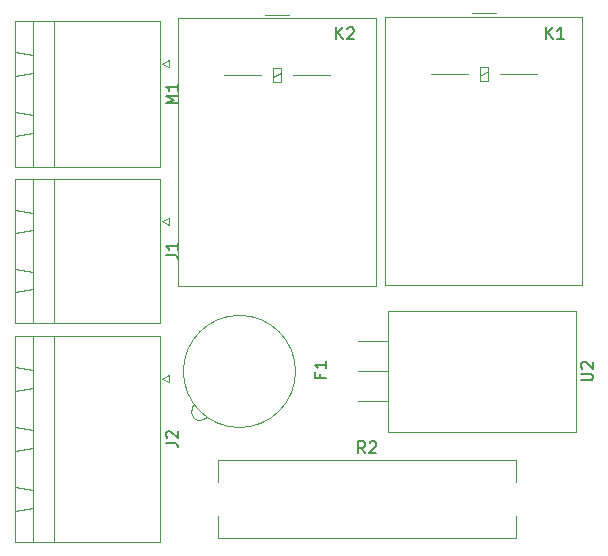
<source format=gbr>
G04 #@! TF.GenerationSoftware,KiCad,Pcbnew,(5.1.10)-1*
G04 #@! TF.CreationDate,2021-08-17T16:02:48+03:00*
G04 #@! TF.ProjectId,ControlledBlinds,436f6e74-726f-46c6-9c65-64426c696e64,rev?*
G04 #@! TF.SameCoordinates,Original*
G04 #@! TF.FileFunction,Legend,Top*
G04 #@! TF.FilePolarity,Positive*
%FSLAX46Y46*%
G04 Gerber Fmt 4.6, Leading zero omitted, Abs format (unit mm)*
G04 Created by KiCad (PCBNEW (5.1.10)-1) date 2021-08-17 16:02:48*
%MOMM*%
%LPD*%
G01*
G04 APERTURE LIST*
%ADD10C,0.120000*%
%ADD11C,0.150000*%
G04 APERTURE END LIST*
D10*
X82630000Y-47285000D02*
X85780000Y-47285000D01*
X76780000Y-47285000D02*
X79930000Y-47285000D01*
X80280000Y-42175000D02*
X82280000Y-42175000D01*
X80930000Y-47885000D02*
X81630000Y-47885000D01*
X80930000Y-46685000D02*
X80930000Y-47885000D01*
X81630000Y-46685000D02*
X80930000Y-46685000D01*
X81630000Y-47885000D02*
X81630000Y-46685000D01*
X80930000Y-47485000D02*
X81630000Y-47085000D01*
X72930000Y-65135000D02*
X89630000Y-65135000D01*
X72930000Y-42435000D02*
X72930000Y-65135000D01*
X89630000Y-42435000D02*
X72930000Y-42435000D01*
X89630000Y-65135000D02*
X89630000Y-42435000D01*
X75315000Y-76240000D02*
X75175000Y-76360000D01*
X75175000Y-76360000D02*
X75015000Y-76450000D01*
X75015000Y-76450000D02*
X74765000Y-76500000D01*
X74765000Y-76500000D02*
X74505000Y-76470000D01*
X74505000Y-76470000D02*
X74245000Y-76320000D01*
X74245000Y-76320000D02*
X74075000Y-76100000D01*
X74075000Y-76100000D02*
X73995000Y-75810000D01*
X73995000Y-75810000D02*
X74035000Y-75520000D01*
X74035000Y-75520000D02*
X74115000Y-75340000D01*
X74115000Y-75340000D02*
X74265000Y-75210000D01*
X82845000Y-72390000D02*
G75*
G03*
X82845000Y-72390000I-4750000J0D01*
G01*
X71325000Y-56080000D02*
X59105000Y-56080000D01*
X59105000Y-56080000D02*
X59105000Y-68300000D01*
X59105000Y-68300000D02*
X71325000Y-68300000D01*
X71325000Y-68300000D02*
X71325000Y-56080000D01*
X60605000Y-56080000D02*
X62405000Y-56080000D01*
X62405000Y-56080000D02*
X62405000Y-68300000D01*
X62405000Y-68300000D02*
X60605000Y-68300000D01*
X60605000Y-68300000D02*
X60605000Y-56080000D01*
X59105000Y-58690000D02*
X59105000Y-60690000D01*
X59105000Y-60690000D02*
X60605000Y-60440000D01*
X60605000Y-60440000D02*
X60605000Y-58940000D01*
X60605000Y-58940000D02*
X59105000Y-58690000D01*
X59105000Y-63690000D02*
X59105000Y-65690000D01*
X59105000Y-65690000D02*
X60605000Y-65440000D01*
X60605000Y-65440000D02*
X60605000Y-63940000D01*
X60605000Y-63940000D02*
X59105000Y-63690000D01*
X72125000Y-59990000D02*
X71525000Y-59690000D01*
X71525000Y-59690000D02*
X72125000Y-59390000D01*
X72125000Y-59390000D02*
X72125000Y-59990000D01*
X71325000Y-69375000D02*
X59105000Y-69375000D01*
X59105000Y-69375000D02*
X59105000Y-86835000D01*
X59105000Y-86835000D02*
X71325000Y-86835000D01*
X71325000Y-86835000D02*
X71325000Y-69375000D01*
X60605000Y-69375000D02*
X62405000Y-69375000D01*
X62405000Y-69375000D02*
X62405000Y-86835000D01*
X62405000Y-86835000D02*
X60605000Y-86835000D01*
X60605000Y-86835000D02*
X60605000Y-69375000D01*
X59105000Y-72025000D02*
X59105000Y-74025000D01*
X59105000Y-74025000D02*
X60605000Y-73775000D01*
X60605000Y-73775000D02*
X60605000Y-72275000D01*
X60605000Y-72275000D02*
X59105000Y-72025000D01*
X59105000Y-77105000D02*
X59105000Y-79105000D01*
X59105000Y-79105000D02*
X60605000Y-78855000D01*
X60605000Y-78855000D02*
X60605000Y-77355000D01*
X60605000Y-77355000D02*
X59105000Y-77105000D01*
X59105000Y-82185000D02*
X59105000Y-84185000D01*
X59105000Y-84185000D02*
X60605000Y-83935000D01*
X60605000Y-83935000D02*
X60605000Y-82435000D01*
X60605000Y-82435000D02*
X59105000Y-82185000D01*
X72125000Y-73325000D02*
X71525000Y-73025000D01*
X71525000Y-73025000D02*
X72125000Y-72725000D01*
X72125000Y-72725000D02*
X72125000Y-73325000D01*
X107125000Y-65040000D02*
X107125000Y-42340000D01*
X107125000Y-42340000D02*
X90425000Y-42340000D01*
X90425000Y-42340000D02*
X90425000Y-65040000D01*
X90425000Y-65040000D02*
X107125000Y-65040000D01*
X98425000Y-47390000D02*
X99125000Y-46990000D01*
X99125000Y-47790000D02*
X99125000Y-46590000D01*
X99125000Y-46590000D02*
X98425000Y-46590000D01*
X98425000Y-46590000D02*
X98425000Y-47790000D01*
X98425000Y-47790000D02*
X99125000Y-47790000D01*
X97775000Y-42080000D02*
X99775000Y-42080000D01*
X94275000Y-47190000D02*
X97425000Y-47190000D01*
X100125000Y-47190000D02*
X103275000Y-47190000D01*
X71325000Y-42705000D02*
X59105000Y-42705000D01*
X59105000Y-42705000D02*
X59105000Y-55085000D01*
X59105000Y-55085000D02*
X71325000Y-55085000D01*
X71325000Y-55085000D02*
X71325000Y-42705000D01*
X60605000Y-42705000D02*
X62405000Y-42705000D01*
X62405000Y-42705000D02*
X62405000Y-55085000D01*
X62405000Y-55085000D02*
X60605000Y-55085000D01*
X60605000Y-55085000D02*
X60605000Y-42705000D01*
X59105000Y-45355000D02*
X59105000Y-47355000D01*
X59105000Y-47355000D02*
X60605000Y-47105000D01*
X60605000Y-47105000D02*
X60605000Y-45605000D01*
X60605000Y-45605000D02*
X59105000Y-45355000D01*
X59105000Y-50435000D02*
X59105000Y-52435000D01*
X59105000Y-52435000D02*
X60605000Y-52185000D01*
X60605000Y-52185000D02*
X60605000Y-50685000D01*
X60605000Y-50685000D02*
X59105000Y-50435000D01*
X72125000Y-46655000D02*
X71525000Y-46355000D01*
X71525000Y-46355000D02*
X72125000Y-46055000D01*
X72125000Y-46055000D02*
X72125000Y-46655000D01*
X76280000Y-81745000D02*
X76280000Y-79865000D01*
X76280000Y-79865000D02*
X101520000Y-79865000D01*
X101520000Y-79865000D02*
X101520000Y-81745000D01*
X76280000Y-84625000D02*
X76280000Y-86505000D01*
X76280000Y-86505000D02*
X101520000Y-86505000D01*
X101520000Y-86505000D02*
X101520000Y-84625000D01*
X90685000Y-67270000D02*
X90685000Y-77510000D01*
X106575000Y-67270000D02*
X106575000Y-77510000D01*
X106575000Y-67270000D02*
X90685000Y-67270000D01*
X106575000Y-77510000D02*
X90685000Y-77510000D01*
X90685000Y-69850000D02*
X88145000Y-69850000D01*
X90685000Y-72390000D02*
X88145000Y-72390000D01*
X90685000Y-74930000D02*
X88145000Y-74930000D01*
D11*
X86256904Y-44267380D02*
X86256904Y-43267380D01*
X86828333Y-44267380D02*
X86399761Y-43695952D01*
X86828333Y-43267380D02*
X86256904Y-43838809D01*
X87209285Y-43362619D02*
X87256904Y-43315000D01*
X87352142Y-43267380D01*
X87590238Y-43267380D01*
X87685476Y-43315000D01*
X87733095Y-43362619D01*
X87780714Y-43457857D01*
X87780714Y-43553095D01*
X87733095Y-43695952D01*
X87161666Y-44267380D01*
X87780714Y-44267380D01*
X84923571Y-72573333D02*
X84923571Y-72906666D01*
X85447380Y-72906666D02*
X84447380Y-72906666D01*
X84447380Y-72430476D01*
X85447380Y-71525714D02*
X85447380Y-72097142D01*
X85447380Y-71811428D02*
X84447380Y-71811428D01*
X84590238Y-71906666D01*
X84685476Y-72001904D01*
X84733095Y-72097142D01*
X71867380Y-62523333D02*
X72581666Y-62523333D01*
X72724523Y-62570952D01*
X72819761Y-62666190D01*
X72867380Y-62809047D01*
X72867380Y-62904285D01*
X72867380Y-61523333D02*
X72867380Y-62094761D01*
X72867380Y-61809047D02*
X71867380Y-61809047D01*
X72010238Y-61904285D01*
X72105476Y-61999523D01*
X72153095Y-62094761D01*
X71867380Y-78438333D02*
X72581666Y-78438333D01*
X72724523Y-78485952D01*
X72819761Y-78581190D01*
X72867380Y-78724047D01*
X72867380Y-78819285D01*
X71962619Y-78009761D02*
X71915000Y-77962142D01*
X71867380Y-77866904D01*
X71867380Y-77628809D01*
X71915000Y-77533571D01*
X71962619Y-77485952D01*
X72057857Y-77438333D01*
X72153095Y-77438333D01*
X72295952Y-77485952D01*
X72867380Y-78057380D01*
X72867380Y-77438333D01*
X104036904Y-44267380D02*
X104036904Y-43267380D01*
X104608333Y-44267380D02*
X104179761Y-43695952D01*
X104608333Y-43267380D02*
X104036904Y-43838809D01*
X105560714Y-44267380D02*
X104989285Y-44267380D01*
X105275000Y-44267380D02*
X105275000Y-43267380D01*
X105179761Y-43410238D01*
X105084523Y-43505476D01*
X104989285Y-43553095D01*
X72867380Y-49704523D02*
X71867380Y-49704523D01*
X72581666Y-49371190D01*
X71867380Y-49037857D01*
X72867380Y-49037857D01*
X72867380Y-48037857D02*
X72867380Y-48609285D01*
X72867380Y-48323571D02*
X71867380Y-48323571D01*
X72010238Y-48418809D01*
X72105476Y-48514047D01*
X72153095Y-48609285D01*
X88733333Y-79317380D02*
X88400000Y-78841190D01*
X88161904Y-79317380D02*
X88161904Y-78317380D01*
X88542857Y-78317380D01*
X88638095Y-78365000D01*
X88685714Y-78412619D01*
X88733333Y-78507857D01*
X88733333Y-78650714D01*
X88685714Y-78745952D01*
X88638095Y-78793571D01*
X88542857Y-78841190D01*
X88161904Y-78841190D01*
X89114285Y-78412619D02*
X89161904Y-78365000D01*
X89257142Y-78317380D01*
X89495238Y-78317380D01*
X89590476Y-78365000D01*
X89638095Y-78412619D01*
X89685714Y-78507857D01*
X89685714Y-78603095D01*
X89638095Y-78745952D01*
X89066666Y-79317380D01*
X89685714Y-79317380D01*
X107027380Y-73151904D02*
X107836904Y-73151904D01*
X107932142Y-73104285D01*
X107979761Y-73056666D01*
X108027380Y-72961428D01*
X108027380Y-72770952D01*
X107979761Y-72675714D01*
X107932142Y-72628095D01*
X107836904Y-72580476D01*
X107027380Y-72580476D01*
X107122619Y-72151904D02*
X107075000Y-72104285D01*
X107027380Y-72009047D01*
X107027380Y-71770952D01*
X107075000Y-71675714D01*
X107122619Y-71628095D01*
X107217857Y-71580476D01*
X107313095Y-71580476D01*
X107455952Y-71628095D01*
X108027380Y-72199523D01*
X108027380Y-71580476D01*
M02*

</source>
